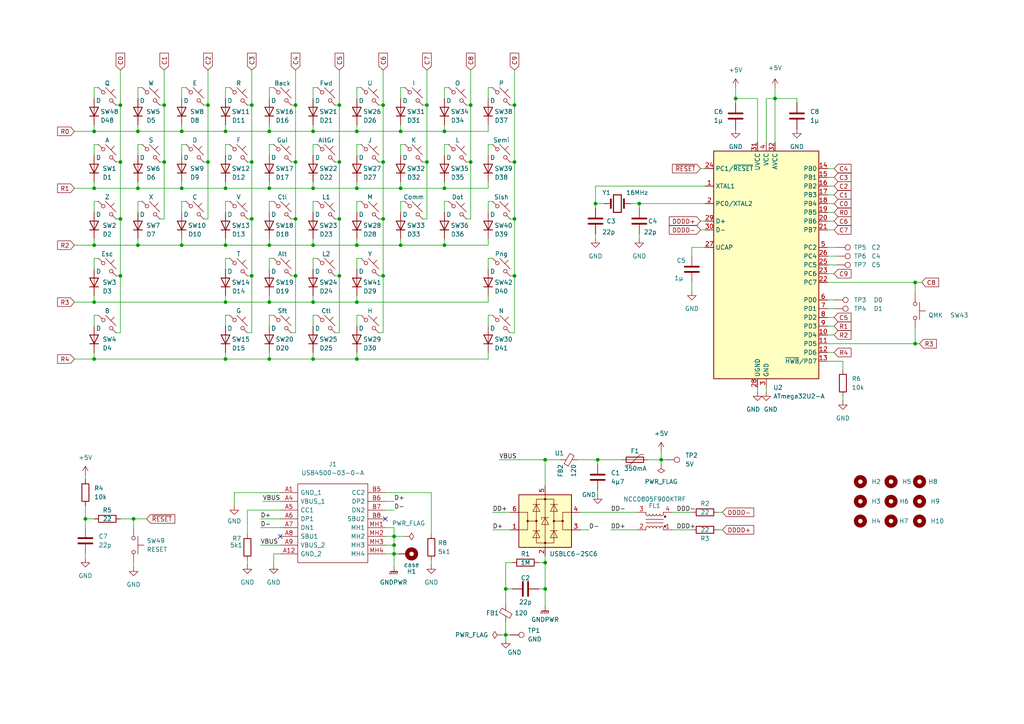
<source format=kicad_sch>
(kicad_sch (version 20211123) (generator eeschema)
  (paper "A4")
  (junction (at 158.115 133.35))
  (junction (at 40.005 54.61))
  (junction (at 111.125 80.01))
  (junction (at 27.305 38.1))
  (junction (at 98.425 30.48))
  (junction (at 136.525 30.48))
  (junction (at 103.505 54.61))
  (junction (at 78.105 87.63))
  (junction (at 114.3 160.655))
  (junction (at 173.355 133.35))
  (junction (at 103.505 87.63))
  (junction (at 103.505 71.12))
  (junction (at 65.405 87.63))
  (junction (at 123.825 46.99))
  (junction (at 40.005 38.1))
  (junction (at 98.425 80.01))
  (junction (at 116.205 71.12))
  (junction (at 123.825 30.48))
  (junction (at 73.025 80.01))
  (junction (at 52.705 71.12))
  (junction (at 85.725 63.5))
  (junction (at 116.205 38.1))
  (junction (at 149.225 46.99))
  (junction (at 114.3 155.575))
  (junction (at 146.685 170.815))
  (junction (at 85.725 30.48))
  (junction (at 85.725 80.01))
  (junction (at 78.105 71.12))
  (junction (at 90.805 104.14))
  (junction (at 136.525 46.99))
  (junction (at 52.705 38.1))
  (junction (at 98.425 46.99))
  (junction (at 213.36 28.575))
  (junction (at 111.125 30.48))
  (junction (at 47.625 30.48))
  (junction (at 52.705 54.61))
  (junction (at 103.505 104.14))
  (junction (at 111.125 46.99))
  (junction (at 128.905 54.61))
  (junction (at 24.765 150.495))
  (junction (at 78.105 38.1))
  (junction (at 90.805 71.12))
  (junction (at 73.025 30.48))
  (junction (at 60.325 30.48))
  (junction (at 65.405 71.12))
  (junction (at 158.115 163.195))
  (junction (at 27.305 104.14))
  (junction (at 265.43 81.915))
  (junction (at 265.43 99.695))
  (junction (at 38.735 150.495))
  (junction (at 149.225 80.01))
  (junction (at 185.42 59.055))
  (junction (at 34.925 80.01))
  (junction (at 78.105 104.14))
  (junction (at 73.025 46.99))
  (junction (at 103.505 38.1))
  (junction (at 90.805 38.1))
  (junction (at 73.025 63.5))
  (junction (at 27.305 71.12))
  (junction (at 158.115 170.815))
  (junction (at 65.405 54.61))
  (junction (at 27.305 87.63))
  (junction (at 172.72 59.055))
  (junction (at 111.125 63.5))
  (junction (at 116.205 54.61))
  (junction (at 90.805 87.63))
  (junction (at 98.425 63.5))
  (junction (at 60.325 46.99))
  (junction (at 34.925 46.99))
  (junction (at 34.925 30.48))
  (junction (at 85.725 46.99))
  (junction (at 65.405 38.1))
  (junction (at 65.405 104.14))
  (junction (at 149.225 30.48))
  (junction (at 34.925 63.5))
  (junction (at 191.77 133.35))
  (junction (at 78.105 54.61))
  (junction (at 47.625 46.99))
  (junction (at 128.905 71.12))
  (junction (at 27.305 54.61))
  (junction (at 224.79 28.575))
  (junction (at 114.3 158.115))
  (junction (at 146.685 184.15))
  (junction (at 90.805 54.61))
  (junction (at 40.005 71.12))
  (junction (at 128.905 38.1))
  (junction (at 149.225 63.5))
  (no_connect (at 81.28 155.575))
  (no_connect (at 111.76 150.495))
  (wire (pts (xy 59.055 46.99) (xy 60.325 46.99)))
  (wire (pts (xy 200.66 74.295) (xy 200.66 71.755)))
  (wire (pts (xy 240.03 99.695) (xy 265.43 99.695)))
  (wire (pts (xy 203.2 66.675) (xy 204.47 66.675)))
  (wire (pts (xy 103.505 58.42) (xy 103.505 61.595)))
  (wire (pts (xy 168.275 153.67) (xy 170.815 153.67)))
  (wire (pts (xy 147.955 63.5) (xy 149.225 63.5)))
  (wire (pts (xy 146.685 170.815) (xy 148.59 170.815)))
  (wire (pts (xy 128.905 54.61) (xy 141.605 54.61)))
  (wire (pts (xy 219.71 28.575) (xy 219.71 41.275)))
  (wire (pts (xy 141.605 102.235) (xy 141.605 104.14)))
  (wire (pts (xy 122.555 63.5) (xy 123.825 63.5)))
  (wire (pts (xy 213.36 25.4) (xy 213.36 28.575)))
  (wire (pts (xy 240.03 61.595) (xy 241.935 61.595)))
  (wire (pts (xy 27.305 36.195) (xy 27.305 38.1)))
  (wire (pts (xy 109.855 96.52) (xy 111.125 96.52)))
  (wire (pts (xy 147.955 80.01) (xy 149.225 80.01)))
  (wire (pts (xy 103.505 102.235) (xy 103.505 104.14)))
  (wire (pts (xy 146.685 180.34) (xy 146.685 184.15)))
  (wire (pts (xy 66.675 41.91) (xy 65.405 41.91)))
  (wire (pts (xy 146.685 170.815) (xy 146.685 175.26)))
  (wire (pts (xy 53.975 41.91) (xy 52.705 41.91)))
  (wire (pts (xy 116.205 69.215) (xy 116.205 71.12)))
  (wire (pts (xy 116.205 58.42) (xy 116.205 61.595)))
  (wire (pts (xy 240.03 92.075) (xy 241.935 92.075)))
  (wire (pts (xy 78.105 85.725) (xy 78.105 87.63)))
  (wire (pts (xy 224.79 25.4) (xy 224.79 28.575)))
  (wire (pts (xy 41.275 25.4) (xy 40.005 25.4)))
  (wire (pts (xy 85.725 46.99) (xy 85.725 63.5)))
  (wire (pts (xy 104.775 91.44) (xy 103.505 91.44)))
  (wire (pts (xy 52.705 38.1) (xy 65.405 38.1)))
  (wire (pts (xy 92.075 58.42) (xy 90.805 58.42)))
  (wire (pts (xy 103.505 74.93) (xy 103.505 78.105)))
  (wire (pts (xy 125.095 162.56) (xy 125.095 163.83)))
  (wire (pts (xy 21.59 54.61) (xy 27.305 54.61)))
  (wire (pts (xy 67.945 142.875) (xy 81.28 142.875)))
  (wire (pts (xy 103.505 25.4) (xy 103.505 28.575)))
  (wire (pts (xy 173.355 133.35) (xy 180.34 133.35)))
  (wire (pts (xy 85.725 63.5) (xy 85.725 80.01)))
  (wire (pts (xy 90.805 54.61) (xy 103.505 54.61)))
  (wire (pts (xy 116.205 36.195) (xy 116.205 38.1)))
  (wire (pts (xy 79.375 91.44) (xy 78.105 91.44)))
  (wire (pts (xy 34.925 150.495) (xy 38.735 150.495)))
  (wire (pts (xy 193.04 133.35) (xy 191.77 133.35)))
  (wire (pts (xy 128.905 52.705) (xy 128.905 54.61)))
  (wire (pts (xy 103.505 104.14) (xy 141.605 104.14)))
  (wire (pts (xy 75.565 158.115) (xy 81.28 158.115)))
  (wire (pts (xy 79.375 163.83) (xy 79.375 160.655)))
  (wire (pts (xy 111.125 20.32) (xy 111.125 30.48)))
  (wire (pts (xy 84.455 96.52) (xy 85.725 96.52)))
  (wire (pts (xy 78.105 41.91) (xy 78.105 45.085)))
  (wire (pts (xy 103.505 36.195) (xy 103.505 38.1)))
  (wire (pts (xy 240.03 102.235) (xy 241.935 102.235)))
  (wire (pts (xy 41.275 41.91) (xy 40.005 41.91)))
  (wire (pts (xy 122.555 30.48) (xy 123.825 30.48)))
  (wire (pts (xy 109.855 80.01) (xy 111.125 80.01)))
  (wire (pts (xy 147.955 96.52) (xy 149.225 96.52)))
  (wire (pts (xy 38.735 150.495) (xy 42.545 150.495)))
  (wire (pts (xy 33.655 80.01) (xy 34.925 80.01)))
  (wire (pts (xy 156.21 163.195) (xy 158.115 163.195)))
  (wire (pts (xy 128.905 36.195) (xy 128.905 38.1)))
  (wire (pts (xy 33.655 96.52) (xy 34.925 96.52)))
  (wire (pts (xy 147.955 46.99) (xy 149.225 46.99)))
  (wire (pts (xy 40.005 38.1) (xy 52.705 38.1)))
  (wire (pts (xy 65.405 52.705) (xy 65.405 54.61)))
  (wire (pts (xy 98.425 80.01) (xy 98.425 96.52)))
  (wire (pts (xy 90.805 91.44) (xy 90.805 94.615)))
  (wire (pts (xy 78.105 87.63) (xy 90.805 87.63)))
  (wire (pts (xy 123.825 20.32) (xy 123.825 30.48)))
  (wire (pts (xy 97.155 46.99) (xy 98.425 46.99)))
  (wire (pts (xy 111.76 142.875) (xy 125.095 142.875)))
  (wire (pts (xy 114.3 153.035) (xy 114.3 155.575)))
  (wire (pts (xy 117.475 25.4) (xy 116.205 25.4)))
  (wire (pts (xy 40.005 25.4) (xy 40.005 28.575)))
  (wire (pts (xy 90.805 74.93) (xy 90.805 78.105)))
  (wire (pts (xy 141.605 69.215) (xy 141.605 71.12)))
  (wire (pts (xy 90.805 58.42) (xy 90.805 61.595)))
  (wire (pts (xy 111.76 158.115) (xy 114.3 158.115)))
  (wire (pts (xy 28.575 74.93) (xy 27.305 74.93)))
  (wire (pts (xy 71.755 154.94) (xy 71.755 147.955)))
  (wire (pts (xy 78.105 38.1) (xy 90.805 38.1)))
  (wire (pts (xy 65.405 85.725) (xy 65.405 87.63)))
  (wire (pts (xy 40.005 36.195) (xy 40.005 38.1)))
  (wire (pts (xy 46.355 63.5) (xy 47.625 63.5)))
  (wire (pts (xy 65.405 38.1) (xy 78.105 38.1)))
  (wire (pts (xy 114.3 164.465) (xy 114.3 160.655)))
  (wire (pts (xy 65.405 104.14) (xy 78.105 104.14)))
  (wire (pts (xy 103.505 52.705) (xy 103.505 54.61)))
  (wire (pts (xy 79.375 25.4) (xy 78.105 25.4)))
  (wire (pts (xy 40.005 54.61) (xy 52.705 54.61)))
  (wire (pts (xy 71.755 96.52) (xy 73.025 96.52)))
  (wire (pts (xy 141.605 36.195) (xy 141.605 38.1)))
  (wire (pts (xy 60.325 46.99) (xy 60.325 63.5)))
  (wire (pts (xy 142.875 148.59) (xy 147.955 148.59)))
  (wire (pts (xy 92.075 74.93) (xy 90.805 74.93)))
  (wire (pts (xy 27.305 87.63) (xy 65.405 87.63)))
  (wire (pts (xy 97.155 96.52) (xy 98.425 96.52)))
  (wire (pts (xy 142.875 153.67) (xy 147.955 153.67)))
  (wire (pts (xy 33.655 46.99) (xy 34.925 46.99)))
  (wire (pts (xy 141.605 52.705) (xy 141.605 54.61)))
  (wire (pts (xy 244.475 104.775) (xy 244.475 107.315)))
  (wire (pts (xy 146.685 184.15) (xy 147.955 184.15)))
  (wire (pts (xy 240.03 66.675) (xy 241.935 66.675)))
  (wire (pts (xy 27.305 54.61) (xy 40.005 54.61)))
  (wire (pts (xy 123.825 30.48) (xy 123.825 46.99)))
  (wire (pts (xy 40.005 69.215) (xy 40.005 71.12)))
  (wire (pts (xy 203.2 64.135) (xy 204.47 64.135)))
  (wire (pts (xy 52.705 41.91) (xy 52.705 45.085)))
  (wire (pts (xy 24.765 160.655) (xy 24.765 161.925)))
  (wire (pts (xy 65.405 58.42) (xy 65.405 61.595)))
  (wire (pts (xy 116.205 71.12) (xy 128.905 71.12)))
  (wire (pts (xy 65.405 69.215) (xy 65.405 71.12)))
  (wire (pts (xy 40.005 52.705) (xy 40.005 54.61)))
  (wire (pts (xy 109.855 46.99) (xy 111.125 46.99)))
  (wire (pts (xy 27.305 102.235) (xy 27.305 104.14)))
  (wire (pts (xy 71.755 46.99) (xy 73.025 46.99)))
  (wire (pts (xy 149.225 30.48) (xy 149.225 46.99)))
  (wire (pts (xy 103.505 85.725) (xy 103.505 87.63)))
  (wire (pts (xy 27.305 104.14) (xy 65.405 104.14)))
  (wire (pts (xy 71.755 147.955) (xy 81.28 147.955)))
  (wire (pts (xy 53.975 58.42) (xy 52.705 58.42)))
  (wire (pts (xy 52.705 69.215) (xy 52.705 71.12)))
  (wire (pts (xy 149.225 20.32) (xy 149.225 30.48)))
  (wire (pts (xy 222.25 112.395) (xy 222.25 113.665)))
  (wire (pts (xy 149.225 63.5) (xy 149.225 80.01)))
  (wire (pts (xy 177.165 153.67) (xy 184.785 153.67)))
  (wire (pts (xy 147.955 30.48) (xy 149.225 30.48)))
  (wire (pts (xy 90.805 38.1) (xy 103.505 38.1)))
  (wire (pts (xy 240.03 104.775) (xy 244.475 104.775)))
  (wire (pts (xy 66.675 25.4) (xy 65.405 25.4)))
  (wire (pts (xy 116.205 41.91) (xy 116.205 45.085)))
  (wire (pts (xy 194.945 153.67) (xy 200.66 153.67)))
  (wire (pts (xy 158.115 133.35) (xy 162.56 133.35)))
  (wire (pts (xy 97.155 63.5) (xy 98.425 63.5)))
  (wire (pts (xy 208.28 153.67) (xy 209.55 153.67)))
  (wire (pts (xy 75.565 153.035) (xy 81.28 153.035)))
  (wire (pts (xy 149.225 80.01) (xy 149.225 96.52)))
  (wire (pts (xy 103.505 91.44) (xy 103.505 94.615)))
  (wire (pts (xy 208.28 148.59) (xy 209.55 148.59)))
  (wire (pts (xy 78.105 71.12) (xy 90.805 71.12)))
  (wire (pts (xy 111.76 153.035) (xy 114.3 153.035)))
  (wire (pts (xy 141.605 74.93) (xy 141.605 78.105)))
  (wire (pts (xy 240.03 97.155) (xy 241.935 97.155)))
  (wire (pts (xy 52.705 52.705) (xy 52.705 54.61)))
  (wire (pts (xy 27.305 25.4) (xy 27.305 28.575)))
  (wire (pts (xy 114.3 155.575) (xy 117.475 155.575)))
  (wire (pts (xy 240.03 74.295) (xy 242.57 74.295)))
  (wire (pts (xy 175.26 59.055) (xy 172.72 59.055)))
  (wire (pts (xy 46.355 46.99) (xy 47.625 46.99)))
  (wire (pts (xy 65.405 91.44) (xy 65.405 94.615)))
  (wire (pts (xy 135.255 30.48) (xy 136.525 30.48)))
  (wire (pts (xy 21.59 38.1) (xy 27.305 38.1)))
  (wire (pts (xy 90.805 104.14) (xy 103.505 104.14)))
  (wire (pts (xy 85.725 20.32) (xy 85.725 30.48)))
  (wire (pts (xy 90.805 71.12) (xy 103.505 71.12)))
  (wire (pts (xy 79.375 74.93) (xy 78.105 74.93)))
  (wire (pts (xy 90.805 25.4) (xy 90.805 28.575)))
  (wire (pts (xy 142.875 41.91) (xy 141.605 41.91)))
  (wire (pts (xy 103.505 87.63) (xy 141.605 87.63)))
  (wire (pts (xy 194.945 148.59) (xy 200.66 148.59)))
  (wire (pts (xy 40.005 71.12) (xy 52.705 71.12)))
  (wire (pts (xy 33.655 30.48) (xy 34.925 30.48)))
  (wire (pts (xy 111.125 46.99) (xy 111.125 63.5)))
  (wire (pts (xy 213.36 28.575) (xy 219.71 28.575)))
  (wire (pts (xy 173.355 143.51) (xy 173.355 142.24)))
  (wire (pts (xy 128.905 58.42) (xy 128.905 61.595)))
  (wire (pts (xy 65.405 71.12) (xy 78.105 71.12)))
  (wire (pts (xy 141.605 41.91) (xy 141.605 45.085)))
  (wire (pts (xy 149.225 46.99) (xy 149.225 63.5)))
  (wire (pts (xy 219.71 112.395) (xy 219.71 113.665)))
  (wire (pts (xy 65.405 36.195) (xy 65.405 38.1)))
  (wire (pts (xy 244.475 114.935) (xy 244.475 116.205)))
  (wire (pts (xy 27.305 58.42) (xy 27.305 61.595)))
  (wire (pts (xy 60.325 30.48) (xy 60.325 46.99)))
  (wire (pts (xy 158.115 163.195) (xy 158.115 170.815)))
  (wire (pts (xy 109.855 63.5) (xy 111.125 63.5)))
  (wire (pts (xy 24.765 150.495) (xy 27.305 150.495)))
  (wire (pts (xy 27.305 91.44) (xy 27.305 94.615)))
  (wire (pts (xy 52.705 36.195) (xy 52.705 38.1)))
  (wire (pts (xy 128.905 25.4) (xy 128.905 28.575)))
  (wire (pts (xy 224.79 28.575) (xy 231.14 28.575)))
  (wire (pts (xy 33.655 63.5) (xy 34.925 63.5)))
  (wire (pts (xy 40.005 41.91) (xy 40.005 45.085)))
  (wire (pts (xy 24.765 150.495) (xy 24.765 153.035)))
  (wire (pts (xy 213.36 29.845) (xy 213.36 28.575)))
  (wire (pts (xy 24.765 137.795) (xy 24.765 139.065)))
  (wire (pts (xy 78.105 104.14) (xy 90.805 104.14)))
  (wire (pts (xy 111.76 155.575) (xy 114.3 155.575)))
  (wire (pts (xy 114.3 158.115) (xy 114.3 160.655)))
  (wire (pts (xy 158.115 161.29) (xy 158.115 163.195)))
  (wire (pts (xy 59.055 30.48) (xy 60.325 30.48)))
  (wire (pts (xy 78.105 69.215) (xy 78.105 71.12)))
  (wire (pts (xy 224.79 28.575) (xy 224.79 41.275)))
  (wire (pts (xy 168.275 148.59) (xy 184.785 148.59)))
  (wire (pts (xy 128.905 71.12) (xy 141.605 71.12)))
  (wire (pts (xy 90.805 85.725) (xy 90.805 87.63)))
  (wire (pts (xy 240.03 81.915) (xy 265.43 81.915)))
  (wire (pts (xy 173.355 133.35) (xy 167.64 133.35)))
  (wire (pts (xy 34.925 46.99) (xy 34.925 63.5)))
  (wire (pts (xy 265.43 99.695) (xy 266.7 99.695)))
  (wire (pts (xy 141.605 85.725) (xy 141.605 87.63)))
  (wire (pts (xy 104.775 58.42) (xy 103.505 58.42)))
  (wire (pts (xy 78.105 91.44) (xy 78.105 94.615)))
  (wire (pts (xy 116.205 38.1) (xy 128.905 38.1)))
  (wire (pts (xy 90.805 102.235) (xy 90.805 104.14)))
  (wire (pts (xy 27.305 38.1) (xy 40.005 38.1)))
  (wire (pts (xy 67.945 146.685) (xy 67.945 142.875)))
  (wire (pts (xy 66.675 74.93) (xy 65.405 74.93)))
  (wire (pts (xy 117.475 58.42) (xy 116.205 58.42)))
  (wire (pts (xy 71.755 30.48) (xy 73.025 30.48)))
  (wire (pts (xy 97.155 80.01) (xy 98.425 80.01)))
  (wire (pts (xy 116.205 52.705) (xy 116.205 54.61)))
  (wire (pts (xy 136.525 46.99) (xy 136.525 63.5)))
  (wire (pts (xy 142.875 25.4) (xy 141.605 25.4)))
  (wire (pts (xy 231.14 28.575) (xy 231.14 29.845)))
  (wire (pts (xy 27.305 85.725) (xy 27.305 87.63)))
  (wire (pts (xy 27.305 52.705) (xy 27.305 54.61)))
  (wire (pts (xy 172.72 53.975) (xy 172.72 59.055)))
  (wire (pts (xy 98.425 20.32) (xy 98.425 30.48)))
  (wire (pts (xy 21.59 104.14) (xy 27.305 104.14)))
  (wire (pts (xy 104.775 74.93) (xy 103.505 74.93)))
  (wire (pts (xy 90.805 87.63) (xy 103.505 87.63)))
  (wire (pts (xy 52.705 25.4) (xy 52.705 28.575)))
  (wire (pts (xy 103.505 54.61) (xy 116.205 54.61)))
  (wire (pts (xy 66.675 58.42) (xy 65.405 58.42)))
  (wire (pts (xy 90.805 52.705) (xy 90.805 54.61)))
  (wire (pts (xy 84.455 30.48) (xy 85.725 30.48)))
  (wire (pts (xy 185.42 60.325) (xy 185.42 59.055)))
  (wire (pts (xy 128.905 38.1) (xy 141.605 38.1)))
  (wire (pts (xy 240.03 76.835) (xy 242.57 76.835)))
  (wire (pts (xy 34.925 20.32) (xy 34.925 30.48)))
  (wire (pts (xy 141.605 58.42) (xy 141.605 61.595)))
  (wire (pts (xy 111.125 63.5) (xy 111.125 80.01)))
  (wire (pts (xy 111.76 145.415) (xy 114.3 145.415)))
  (wire (pts (xy 158.115 133.35) (xy 158.115 140.97)))
  (wire (pts (xy 73.025 46.99) (xy 73.025 63.5)))
  (wire (pts (xy 79.375 41.91) (xy 78.105 41.91)))
  (wire (pts (xy 84.455 63.5) (xy 85.725 63.5)))
  (wire (pts (xy 136.525 30.48) (xy 136.525 46.99)))
  (wire (pts (xy 27.305 41.91) (xy 27.305 45.085)))
  (wire (pts (xy 97.155 30.48) (xy 98.425 30.48)))
  (wire (pts (xy 103.505 71.12) (xy 116.205 71.12)))
  (wire (pts (xy 92.075 91.44) (xy 90.805 91.44)))
  (wire (pts (xy 84.455 80.01) (xy 85.725 80.01)))
  (wire (pts (xy 191.77 133.35) (xy 191.77 134.62)))
  (wire (pts (xy 103.505 41.91) (xy 103.505 45.085)))
  (wire (pts (xy 27.305 71.12) (xy 40.005 71.12)))
  (wire (pts (xy 73.025 30.48) (xy 73.025 46.99)))
  (wire (pts (xy 144.78 133.35) (xy 158.115 133.35)))
  (wire (pts (xy 24.765 146.685) (xy 24.765 150.495)))
  (wire (pts (xy 65.405 25.4) (xy 65.405 28.575)))
  (wire (pts (xy 78.105 74.93) (xy 78.105 78.105)))
  (wire (pts (xy 47.625 20.32) (xy 47.625 30.48)))
  (wire (pts (xy 240.03 71.755) (xy 242.57 71.755)))
  (wire (pts (xy 128.905 69.215) (xy 128.905 71.12)))
  (wire (pts (xy 78.105 36.195) (xy 78.105 38.1)))
  (wire (pts (xy 185.42 59.055) (xy 204.47 59.055)))
  (wire (pts (xy 203.2 48.895) (xy 204.47 48.895)))
  (wire (pts (xy 240.03 79.375) (xy 241.935 79.375)))
  (wire (pts (xy 27.305 74.93) (xy 27.305 78.105)))
  (wire (pts (xy 114.3 155.575) (xy 114.3 158.115)))
  (wire (pts (xy 59.055 63.5) (xy 60.325 63.5)))
  (wire (pts (xy 130.175 25.4) (xy 128.905 25.4)))
  (wire (pts (xy 111.125 30.48) (xy 111.125 46.99)))
  (wire (pts (xy 240.03 56.515) (xy 241.935 56.515)))
  (wire (pts (xy 78.105 52.705) (xy 78.105 54.61)))
  (wire (pts (xy 103.505 38.1) (xy 116.205 38.1)))
  (wire (pts (xy 240.03 59.055) (xy 241.935 59.055)))
  (wire (pts (xy 21.59 87.63) (xy 27.305 87.63)))
  (wire (pts (xy 104.775 41.91) (xy 103.505 41.91)))
  (wire (pts (xy 79.375 160.655) (xy 81.28 160.655)))
  (wire (pts (xy 141.605 25.4) (xy 141.605 28.575)))
  (wire (pts (xy 130.175 58.42) (xy 128.905 58.42)))
  (wire (pts (xy 185.42 69.215) (xy 185.42 67.945)))
  (wire (pts (xy 240.03 51.435) (xy 241.935 51.435)))
  (wire (pts (xy 28.575 25.4) (xy 27.305 25.4)))
  (wire (pts (xy 47.625 46.99) (xy 47.625 63.5)))
  (wire (pts (xy 85.725 30.48) (xy 85.725 46.99)))
  (wire (pts (xy 145.415 184.15) (xy 146.685 184.15)))
  (wire (pts (xy 78.105 54.61) (xy 90.805 54.61)))
  (wire (pts (xy 34.925 63.5) (xy 34.925 80.01)))
  (wire (pts (xy 41.275 58.42) (xy 40.005 58.42)))
  (wire (pts (xy 73.025 80.01) (xy 73.025 96.52)))
  (wire (pts (xy 28.575 58.42) (xy 27.305 58.42)))
  (wire (pts (xy 38.735 153.035) (xy 38.735 150.495)))
  (wire (pts (xy 98.425 63.5) (xy 98.425 80.01)))
  (wire (pts (xy 265.43 95.25) (xy 265.43 99.695)))
  (wire (pts (xy 240.03 64.135) (xy 241.935 64.135)))
  (wire (pts (xy 28.575 41.91) (xy 27.305 41.91)))
  (wire (pts (xy 240.03 89.535) (xy 241.935 89.535)))
  (wire (pts (xy 53.975 25.4) (xy 52.705 25.4)))
  (wire (pts (xy 28.575 91.44) (xy 27.305 91.44)))
  (wire (pts (xy 135.255 46.99) (xy 136.525 46.99)))
  (wire (pts (xy 90.805 41.91) (xy 90.805 45.085)))
  (wire (pts (xy 222.25 41.275) (xy 222.25 28.575)))
  (wire (pts (xy 111.125 80.01) (xy 111.125 96.52)))
  (wire (pts (xy 122.555 46.99) (xy 123.825 46.99)))
  (wire (pts (xy 136.525 20.32) (xy 136.525 30.48)))
  (wire (pts (xy 65.405 87.63) (xy 78.105 87.63)))
  (wire (pts (xy 200.66 71.755) (xy 204.47 71.755)))
  (wire (pts (xy 90.805 36.195) (xy 90.805 38.1)))
  (wire (pts (xy 142.875 91.44) (xy 141.605 91.44)))
  (wire (pts (xy 52.705 58.42) (xy 52.705 61.595)))
  (wire (pts (xy 60.325 20.32) (xy 60.325 30.48)))
  (wire (pts (xy 27.305 69.215) (xy 27.305 71.12)))
  (wire (pts (xy 65.405 74.93) (xy 65.405 78.105)))
  (wire (pts (xy 142.875 58.42) (xy 141.605 58.42)))
  (wire (pts (xy 71.755 63.5) (xy 73.025 63.5)))
  (wire (pts (xy 21.59 71.12) (xy 27.305 71.12)))
  (wire (pts (xy 75.565 150.495) (xy 81.28 150.495)))
  (wire (pts (xy 65.405 41.91) (xy 65.405 45.085)))
  (wire (pts (xy 265.43 81.915) (xy 267.335 81.915)))
  (wire (pts (xy 240.03 48.895) (xy 241.935 48.895)))
  (wire (pts (xy 158.115 170.815) (xy 158.115 175.895)))
  (wire (pts (xy 109.855 30.48) (xy 111.125 30.48)))
  (wire (pts (xy 172.72 59.055) (xy 172.72 60.325)))
  (wire (pts (xy 141.605 91.44) (xy 141.605 94.615)))
  (wire (pts (xy 34.925 80.01) (xy 34.925 96.52)))
  (wire (pts (xy 71.755 80.01) (xy 73.025 80.01)))
  (wire (pts (xy 52.705 71.12) (xy 65.405 71.12)))
  (wire (pts (xy 66.675 91.44) (xy 65.405 91.44)))
  (wire (pts (xy 191.77 130.81) (xy 191.77 133.35)))
  (wire (pts (xy 172.72 53.975) (xy 204.47 53.975)))
  (wire (pts (xy 265.43 81.915) (xy 265.43 85.09)))
  (wire (pts (xy 98.425 46.99) (xy 98.425 63.5)))
  (wire (pts (xy 128.905 41.91) (xy 128.905 45.085)))
  (wire (pts (xy 111.76 147.955) (xy 114.3 147.955)))
  (wire (pts (xy 146.685 184.15) (xy 146.685 185.42)))
  (wire (pts (xy 123.825 46.99) (xy 123.825 63.5)))
  (wire (pts (xy 173.355 134.62) (xy 173.355 133.35)))
  (wire (pts (xy 222.25 28.575) (xy 224.79 28.575)))
  (wire (pts (xy 46.355 30.48) (xy 47.625 30.48)))
  (wire (pts (xy 146.685 163.195) (xy 146.685 170.815)))
  (wire (pts (xy 185.42 59.055) (xy 182.88 59.055)))
  (wire (pts (xy 78.105 25.4) (xy 78.105 28.575)))
  (wire (pts (xy 65.405 102.235) (xy 65.405 104.14)))
  (wire (pts (xy 71.755 162.56) (xy 71.755 163.83)))
  (wire (pts (xy 65.405 54.61) (xy 78.105 54.61)))
  (wire (pts (xy 103.505 69.215) (xy 103.505 71.12)))
  (wire (pts (xy 125.095 142.875) (xy 125.095 154.94)))
  (wire (pts (xy 73.025 63.5) (xy 73.025 80.01)))
  (wire (pts (xy 98.425 30.48) (xy 98.425 46.99)))
  (wire (pts (xy 84.455 46.99) (xy 85.725 46.99)))
  (wire (pts (xy 92.075 41.91) (xy 90.805 41.91)))
  (wire (pts (xy 114.3 160.655) (xy 111.76 160.655)))
  (wire (pts (xy 172.72 67.945) (xy 172.72 69.215)))
  (wire (pts (xy 200.66 81.915) (xy 200.66 84.455)))
  (wire (pts (xy 85.725 80.01) (xy 85.725 96.52)))
  (wire (pts (xy 47.625 30.48) (xy 47.625 46.99)))
  (wire (pts (xy 76.2 145.415) (xy 81.28 145.415)))
  (wire (pts (xy 78.105 58.42) (xy 78.105 61.595)))
  (wire (pts (xy 92.075 25.4) (xy 90.805 25.4)))
  (wire (pts (xy 117.475 41.91) (xy 116.205 41.91)))
  (wire (pts (xy 146.685 163.195) (xy 148.59 163.195)))
  (wire (pts (xy 79.375 58.42) (xy 78.105 58.42)))
  (wire (pts (xy 240.03 86.995) (xy 241.935 86.995)))
  (wire (pts (xy 116.205 25.4) (xy 116.205 28.575)))
  (wire (pts (xy 73.025 20.32) (xy 73.025 30.48)))
  (wire (pts (xy 130.175 41.91) (xy 128.905 41.91)))
  (wire (pts (xy 142.875 74.93) (xy 141.605 74.93)))
  (wire (pts (xy 90.805 69.215) (xy 90.805 71.12)))
  (wire (pts (xy 191.77 133.35) (xy 187.96 133.35)))
  (wire (pts (xy 116.205 54.61) (xy 128.905 54.61)))
  (wire (pts (xy 240.03 53.975) (xy 241.935 53.975)))
  (wire (pts (xy 135.255 63.5) (xy 136.525 63.5)))
  (wire (pts (xy 78.105 102.235) (xy 78.105 104.14)))
  (wire (pts (xy 156.21 170.815) (xy 158.115 170.815)))
  (wire (pts (xy 52.705 54.61) (xy 65.405 54.61)))
  (wire (pts (xy 34.925 30.48) (xy 34.925 46.99)))
  (wire (pts (xy 240.03 94.615) (xy 241.935 94.615)))
  (wire (pts (xy 40.005 58.42) (xy 40.005 61.595)))
  (wire (pts (xy 104.775 25.4) (xy 103.505 25.4)))
  (wire (pts (xy 38.735 164.465) (xy 38.735 163.195)))
  (wire (pts (xy 114.3 160.655) (xy 115.57 160.655)))
  (label "DD+" (at 142.875 148.59 0))
  (label "D-" (at 75.565 153.035 0))
  (label "VBUS" (at 76.2 145.415 0))
  (label "DD-" (at 177.165 148.59 0))
  (label "VBUS" (at 75.565 158.115 0))
  (label "DDD-" (at 196.215 148.59 0))
  (label "D-" (at 170.815 153.67 0))
  (label "VBUS" (at 144.78 133.35 0))
  (label "D+" (at 75.565 150.495 0))
  (label "D+" (at 114.3 145.415 0))
  (label "D+" (at 142.875 153.67 0))
  (label "DDD+" (at 196.215 153.67 0))
  (label "D-" (at 114.3 147.955 0))
  (label "DD+" (at 177.165 153.67 0))
  (global_label "C7" (shape input) (at 241.935 66.675 0) (property "Intersheet References" "${INTERSHEET_REFS}" (effects hide)))
  (global_label "C5" (shape input) (at 98.425 20.32 90) (property "Intersheet References" "${INTERSHEET_REFS}" (effects hide)))
  (global_label "C7" (shape input) (at 123.825 20.32 90) (property "Intersheet References" "${INTERSHEET_REFS}" (effects hide)))
  (global_label "C8" (shape input) (at 267.335 81.915 0) (property "Intersheet References" "${INTERSHEET_REFS}" (effects hide)))
  (global_label "C6" (shape input) (at 111.125 20.32 90) (property "Intersheet References" "${INTERSHEET_REFS}" (effects hide)))
  (global_label "C6" (shape input) (at 241.935 64.135 0) (property "Intersheet References" "${INTERSHEET_REFS}" (effects hide)))
  (global_label "DDDD+" (shape input) (at 203.2 64.135 180) (property "Intersheet References" "${INTERSHEET_REFS}" (effects hide)))
  (global_label "R3" (shape input) (at 266.7 99.695 0) (property "Intersheet References" "${INTERSHEET_REFS}" (effects hide)))
  (global_label "DDDD-" (shape input) (at 203.2 66.675 180) (property "Intersheet References" "${INTERSHEET_REFS}" (effects hide)))
  (global_label "C5" (shape input) (at 241.935 92.075 0) (property "Intersheet References" "${INTERSHEET_REFS}" (effects hide)))
  (global_label "R3" (shape input) (at 21.59 87.63 180) (property "Intersheet References" "${INTERSHEET_REFS}" (effects hide)))
  (global_label "C0" (shape input) (at 34.925 20.32 90) (property "Intersheet References" "${INTERSHEET_REFS}" (effects hide)))
  (global_label "R0" (shape input) (at 241.935 61.595 0) (property "Intersheet References" "${INTERSHEET_REFS}" (effects hide)))
  (global_label "C3" (shape input) (at 241.935 51.435 0) (property "Intersheet References" "${INTERSHEET_REFS}" (effects hide)))
  (global_label "R1" (shape input) (at 241.935 94.615 0) (property "Intersheet References" "${INTERSHEET_REFS}" (effects hide)))
  (global_label "C9" (shape input) (at 149.225 20.32 90) (property "Intersheet References" "${INTERSHEET_REFS}" (effects hide)))
  (global_label "R0" (shape input) (at 21.59 38.1 180) (property "Intersheet References" "${INTERSHEET_REFS}" (effects hide)))
  (global_label "C9" (shape input) (at 241.935 79.375 0) (property "Intersheet References" "${INTERSHEET_REFS}" (effects hide)))
  (global_label "C4" (shape input) (at 241.935 48.895 0) (property "Intersheet References" "${INTERSHEET_REFS}" (effects hide)))
  (global_label "C2" (shape input) (at 241.935 53.975 0) (property "Intersheet References" "${INTERSHEET_REFS}" (effects hide)))
  (global_label "DDDD-" (shape input) (at 209.55 148.59 0) (property "Intersheet References" "${INTERSHEET_REFS}" (effects hide)))
  (global_label "C1" (shape input) (at 241.935 56.515 0) (property "Intersheet References" "${INTERSHEET_REFS}" (effects hide)))
  (global_label "C0" (shape input) (at 241.935 59.055 0) (property "Intersheet References" "${INTERSHEET_REFS}" (effects hide)))
  (global_label "R1" (shape input) (at 21.59 54.61 180) (property "Intersheet References" "${INTERSHEET_REFS}" (effects hide)))
  (global_label "R4" (shape input) (at 21.59 104.14 180) (property "Intersheet References" "${INTERSHEET_REFS}" (effects hide)))
  (global_label "C4" (shape input) (at 85.725 20.32 90) (property "Intersheet References" "${INTERSHEET_REFS}" (effects hide)))
  (global_label "C8" (shape input) (at 136.525 20.32 90) (property "Intersheet References" "${INTERSHEET_REFS}" (effects hide)))
  (global_label "C1" (shape input) (at 47.625 20.32 90) (property "Intersheet References" "${INTERSHEET_REFS}" (effects hide)))
  (global_label "~{RESET}" (shape input) (at 203.2 48.895 180) (property "Intersheet References" "${INTERSHEET_REFS}" (effects hide)))
  (global_label "C2" (shape input) (at 60.325 20.32 90) (property "Intersheet References" "${INTERSHEET_REFS}" (effects hide)))
  (global_label "DDDD+" (shape input) (at 209.55 153.67 0) (property "Intersheet References" "${INTERSHEET_REFS}" (effects hide)))
  (global_label "~{RESET}" (shape input) (at 42.545 150.495 0) (property "Intersheet References" "${INTERSHEET_REFS}" (effects hide)))
  (global_label "R4" (shape input) (at 241.935 102.235 0) (property "Intersheet References" "${INTERSHEET_REFS}" (effects hide)))
  (global_label "R2" (shape input) (at 241.935 97.155 0) (property "Intersheet References" "${INTERSHEET_REFS}" (effects hide)))
  (global_label "C3" (shape input) (at 73.025 20.32 90) (property "Intersheet References" "${INTERSHEET_REFS}" (effects hide)))
  (global_label "R2" (shape input) (at 21.59 71.12 180) (property "Intersheet References" "${INTERSHEET_REFS}" (effects hide)))
  (symbol (lib_id "Device:C") (at 152.4 170.815 90) (unit 1)
    (property "Reference" "C2" (at 152.4 167.64 90))
    (property "Value" "22p" (at 152.4 174.625 90))
    (property "Footprint" "Capacitor_SMD:C_0805_2012Metric_Pad1.18x1.45mm_HandSolder" (effects hide))
  )
  (symbol (lib_id "Device:D") (at 103.505 65.405 90) (unit 1)
    (property "Reference" "D28" (at 107.315 67.945 90))
    (property "Value" "D" (at 104.775 62.23 90))
    (property "Footprint" "Diode_SMD:D_0805_2012Metric_Pad1.15x1.40mm_HandSolder" (effects hide))
  )
  (symbol (lib_id "Device:D") (at 52.705 32.385 90) (unit 1)
    (property "Reference" "D8" (at 56.515 34.925 90))
    (property "Value" "D" (at 53.975 29.21 90))
    (property "Footprint" "Diode_SMD:D_0805_2012Metric_Pad1.15x1.40mm_HandSolder" (effects hide))
  )
  (symbol (lib_id "Switch:SW_Push_45deg") (at 145.415 93.98 0) (unit 1)
    (property "Reference" "SW30" (at 146.05 98.425 0))
    (property "Value" "N" (at 145.415 90.17 0))
    (property "Footprint" "mech-kbd:MX-Hotswap-1U" (effects hide))
  )
  (symbol (lib_id "Switch:SW_Push_45deg") (at 69.215 44.45 0) (unit 1)
    (property "Reference" "SW12" (at 69.85 48.895 0))
    (property "Value" "F" (at 69.215 40.64 0))
    (property "Footprint" "mech-kbd:MX-Hotswap-1U" (effects hide))
  )
  (symbol (lib_id "Mechanical:MountingHole") (at 266.7 145.415 0) (unit 1)
    (property "Reference" "H9" (at 269.875 145.4149 0) (effects (justify left)))
    (property "Value" "MountingHole" (effects hide))
    (property "Footprint" "MountingHole:MountingHole_3.2mm_M3" (effects hide))
  )
  (symbol (lib_id "Mechanical:MountingHole") (at 258.445 151.13 0) (unit 1)
    (property "Reference" "H7" (at 263.525 151.13 0) (effects (justify right)))
    (property "Value" "MountingHole" (effects hide))
    (property "Footprint" "MountingHole:MountingHole_3.2mm_M3" (effects hide))
  )
  (symbol (lib_id "Device:D") (at 78.105 98.425 90) (unit 1)
    (property "Reference" "D20" (at 81.915 100.965 90))
    (property "Value" "D" (at 79.375 95.25 90))
    (property "Footprint" "Diode_SMD:D_0805_2012Metric_Pad1.15x1.40mm_HandSolder" (effects hide))
  )
  (symbol (lib_id "Mechanical:MountingHole") (at 249.555 145.415 0) (unit 1)
    (property "Reference" "H3" (at 252.73 145.4149 0) (effects (justify left)))
    (property "Value" "MountingHole" (effects hide))
    (property "Footprint" "MountingHole:MountingHole_3.2mm_M3" (effects hide))
  )
  (symbol (lib_id "Connector:TestPoint") (at 193.04 133.35 270) (unit 1)
    (property "Reference" "TP2" (at 198.755 132.0799 90) (effects (justify left)))
    (property "Value" "5V" (at 198.755 134.6199 90) (effects (justify left)))
    (property "Footprint" "TestPoint:TestPoint_Pad_1.0x1.0mm" (effects hide))
  )
  (symbol (lib_id "Switch:SW_Push_45deg") (at 94.615 93.98 0) (unit 1)
    (property "Reference" "SW25" (at 95.25 98.425 0))
    (property "Value" "Ctl" (at 94.615 90.17 0))
    (property "Footprint" "mech-kbd:MX-Hotswap-1U" (effects hide))
  )
  (symbol (lib_id "power:GND") (at 24.765 161.925 0) (unit 1)
    (property "Reference" "#PWR020" (effects hide))
    (property "Value" "GND" (at 24.765 167.005 0))
  )
  (symbol (lib_id "Device:D") (at 90.805 32.385 90) (unit 1)
    (property "Reference" "D21" (at 94.615 34.925 90))
    (property "Value" "D" (at 92.075 29.21 90))
    (property "Footprint" "Diode_SMD:D_0805_2012Metric_Pad1.15x1.40mm_HandSolder" (effects hide))
  )
  (symbol (lib_id "Switch:SW_Push_45deg") (at 43.815 44.45 0) (unit 1)
    (property "Reference" "SW6" (at 44.45 48.895 0))
    (property "Value" "S" (at 43.815 40.64 0))
    (property "Footprint" "mech-kbd:MX-Hotswap-1U" (effects hide))
  )
  (symbol (lib_id "power:GND") (at 244.475 116.205 0) (unit 1)
    (property "Reference" "#PWR024" (effects hide))
    (property "Value" "GND" (at 244.475 121.285 0))
  )
  (symbol (lib_id "Device:D") (at 27.305 98.425 90) (unit 1)
    (property "Reference" "D4" (at 31.115 100.965 90))
    (property "Value" "D" (at 28.575 95.25 90))
    (property "Footprint" "Diode_SMD:D_0805_2012Metric_Pad1.15x1.40mm_HandSolder" (effects hide))
  )
  (symbol (lib_id "Device:D") (at 27.305 81.915 90) (unit 1)
    (property "Reference" "D3" (at 31.115 84.455 90))
    (property "Value" "D" (at 28.575 78.74 90))
    (property "Footprint" "Diode_SMD:D_0805_2012Metric_Pad1.15x1.40mm_HandSolder" (effects hide))
  )
  (symbol (lib_id "MCU_Microchip_ATmega:ATmega32U2-A") (at 222.25 76.835 0) (unit 1)
    (property "Reference" "U2" (at 224.2694 112.395 0) (effects (justify left)))
    (property "Value" "ATmega32U2-A" (at 224.2694 114.935 0) (effects (justify left)))
    (property "Footprint" "Package_QFP:TQFP-32_7x7mm_P0.8mm" (effects hide))
    (property "Datasheet" "http://ww1.microchip.com/downloads/en/DeviceDoc/doc7799.pdf" (effects hide))
  )
  (symbol (lib_id "Switch:SW_Push_45deg") (at 56.515 44.45 0) (unit 1)
    (property "Reference" "SW9" (at 57.15 48.895 0))
    (property "Value" "D" (at 56.515 40.64 0))
    (property "Footprint" "mech-kbd:MX-Hotswap-1U" (effects hide))
  )
  (symbol (lib_id "Mechanical:MountingHole") (at 266.7 139.7 0) (unit 1)
    (property "Reference" "H8" (at 269.24 139.6999 0) (effects (justify left)))
    (property "Value" "MountingHole" (effects hide))
    (property "Footprint" "MountingHole:MountingHole_3.2mm_M3" (effects hide))
  )
  (symbol (lib_id "power:GND") (at 71.755 163.83 0) (unit 1)
    (property "Reference" "#PWR03" (effects hide))
    (property "Value" "GND" (at 71.755 168.91 0))
  )
  (symbol (lib_id "Device:C") (at 185.42 64.135 0) (unit 1)
    (property "Reference" "C4" (at 187.96 64.135 0) (effects (justify left)))
    (property "Value" "22p" (at 186.69 67.31 0) (effects (justify left)))
    (property "Footprint" "Capacitor_SMD:C_0805_2012Metric_Pad1.18x1.45mm_HandSolder" (effects hide))
  )
  (symbol (lib_id "Mechanical:MountingHole") (at 249.555 151.13 0) (unit 1)
    (property "Reference" "H4" (at 252.73 151.1299 0) (effects (justify left)))
    (property "Value" "MountingHole" (effects hide))
    (property "Footprint" "MountingHole:MountingHole_3.2mm_M3" (effects hide))
  )
  (symbol (lib_id "Device:R") (at 152.4 163.195 90) (unit 1)
    (property "Reference" "R1" (at 152.4 160.655 90))
    (property "Value" "1M" (at 152.4 163.195 90))
    (property "Footprint" "Resistor_SMD:R_0805_2012Metric_Pad1.20x1.40mm_HandSolder" (effects hide))
  )
  (symbol (lib_id "Device:D") (at 128.905 48.895 90) (unit 1)
    (property "Reference" "D35" (at 132.715 51.435 90))
    (property "Value" "D" (at 130.175 45.72 90))
    (property "Footprint" "Diode_SMD:D_0805_2012Metric_Pad1.15x1.40mm_HandSolder" (effects hide))
  )
  (symbol (lib_id "mech-kbd:Filter_EMI_CommonMode") (at 189.865 151.13 180) (unit 1)
    (property "Reference" "FL1" (at 189.865 146.685 0))
    (property "Value" "NCC0805F900KTRF" (at 189.865 144.78 0))
    (property "Footprint" "Inductor_SMD:L_CommonModeChoke_Coilcraft_0805USB" (effects hide))
  )
  (symbol (lib_id "Switch:SW_Push_45deg") (at 43.815 27.94 0) (unit 1)
    (property "Reference" "SW5" (at 44.45 32.385 0))
    (property "Value" "W" (at 43.815 24.13 0))
    (property "Footprint" "mech-kbd:MX-Hotswap-1U" (effects hide))
  )
  (symbol (lib_id "Switch:SW_Push_45deg") (at 145.415 44.45 0) (unit 1)
    (property "Reference" "SW39" (at 146.05 48.895 0))
    (property "Value" "Semi" (at 145.415 40.64 0))
    (property "Footprint" "mech-kbd:MX-Hotswap-1U" (effects hide))
  )
  (symbol (lib_id "Device:D") (at 78.105 81.915 90) (unit 1)
    (property "Reference" "D19" (at 81.915 84.455 90))
    (property "Value" "D" (at 79.375 78.74 90))
    (property "Footprint" "Diode_SMD:D_0805_2012Metric_Pad1.15x1.40mm_HandSolder" (effects hide))
  )
  (symbol (lib_id "Device:D") (at 103.505 32.385 90) (unit 1)
    (property "Reference" "D26" (at 107.315 34.925 90))
    (property "Value" "D" (at 104.775 29.21 90))
    (property "Footprint" "Diode_SMD:D_0805_2012Metric_Pad1.15x1.40mm_HandSolder" (effects hide))
  )
  (symbol (lib_id "Device:Polyfuse") (at 184.15 133.35 90) (unit 1)
    (property "Reference" "F1" (at 182.88 130.81 90) (effects (justify right)))
    (property "Value" "350mA" (at 180.975 135.89 90) (effects (justify right)))
    (property "Footprint" "Resistor_SMD:R_1210_3225Metric_Pad1.30x2.65mm_HandSolder" (effects hide))
  )
  (symbol (lib_id "power:GND") (at 231.14 37.465 0) (unit 1)
    (property "Reference" "#PWR021" (effects hide))
    (property "Value" "GND" (at 231.14 42.545 0))
  )
  (symbol (lib_id "Switch:SW_Push_45deg") (at 31.115 93.98 0) (unit 1)
    (property "Reference" "SW4" (at 31.75 98.425 0))
    (property "Value" "B" (at 31.115 90.17 0))
    (property "Footprint" "mech-kbd:MX-Hotswap-1U" (effects hide))
  )
  (symbol (lib_id "power:GND") (at 125.095 163.83 0) (unit 1)
    (property "Reference" "#PWR012" (effects hide))
    (property "Value" "GND" (at 125.095 168.91 0))
  )
  (symbol (lib_id "Device:D") (at 128.905 65.405 90) (unit 1)
    (property "Reference" "D36" (at 132.715 67.945 90))
    (property "Value" "D" (at 130.175 62.23 90))
    (property "Footprint" "Diode_SMD:D_0805_2012Metric_Pad1.15x1.40mm_HandSolder" (effects hide))
  )
  (symbol (lib_id "Device:D") (at 90.805 65.405 90) (unit 1)
    (property "Reference" "D23" (at 94.615 67.945 90))
    (property "Value" "D" (at 92.075 62.23 90))
    (property "Footprint" "Diode_SMD:D_0805_2012Metric_Pad1.15x1.40mm_HandSolder" (effects hide))
  )
  (symbol (lib_id "Switch:SW_Push_45deg") (at 43.815 60.96 0) (unit 1)
    (property "Reference" "SW7" (at 44.45 65.405 0))
    (property "Value" "X" (at 43.815 57.15 0))
    (property "Footprint" "mech-kbd:MX-Hotswap-1U" (effects hide))
  )
  (symbol (lib_id "Device:C") (at 172.72 64.135 0) (unit 1)
    (property "Reference" "C3" (at 175.895 64.135 0) (effects (justify left)))
    (property "Value" "22p" (at 174.625 67.31 0) (effects (justify left)))
    (property "Footprint" "Capacitor_SMD:C_0805_2012Metric_Pad1.18x1.45mm_HandSolder" (effects hide))
  )
  (symbol (lib_id "Switch:SW_Push_45deg") (at 81.915 60.96 0) (unit 1)
    (property "Reference" "SW18" (at 82.55 65.405 0))
    (property "Value" "Ctl" (at 81.915 57.15 0))
    (property "Footprint" "mech-kbd:MX-Hotswap-1.5U" (effects hide))
  )
  (symbol (lib_id "power:GND") (at 172.72 69.215 0) (unit 1)
    (property "Reference" "#PWR09" (effects hide))
    (property "Value" "GND" (at 172.72 74.295 0))
  )
  (symbol (lib_id "Switch:SW_Push_45deg") (at 69.215 93.98 0) (unit 1)
    (property "Reference" "SW15" (at 69.85 98.425 0))
    (property "Value" "G" (at 69.215 90.17 0))
    (property "Footprint" "mech-kbd:MX-Hotswap-1U" (effects hide))
  )
  (symbol (lib_id "Switch:SW_Push_45deg") (at 107.315 27.94 0) (unit 1)
    (property "Reference" "SW26" (at 107.95 32.385 0))
    (property "Value" "U" (at 107.315 24.13 0))
    (property "Footprint" "mech-kbd:MX-Hotswap-1U" (effects hide))
  )
  (symbol (lib_id "Device:R") (at 31.115 150.495 90) (unit 1)
    (property "Reference" "R5" (at 31.115 147.955 90))
    (property "Value" "22" (at 31.115 150.495 90))
    (property "Footprint" "Resistor_SMD:R_0805_2012Metric_Pad1.20x1.40mm_HandSolder" (effects hide))
  )
  (symbol (lib_id "Device:D") (at 27.305 65.405 90) (unit 1)
    (property "Reference" "D2" (at 31.115 67.945 90))
    (property "Value" "D" (at 28.575 62.23 90))
    (property "Footprint" "Diode_SMD:D_0805_2012Metric_Pad1.15x1.40mm_HandSolder" (effects hide))
  )
  (symbol (lib_id "power:PWR_FLAG") (at 145.415 184.15 90) (unit 1)
    (property "Reference" "#FLG01" (effects hide))
    (property "Value" "PWR_FLAG" (at 141.605 184.1499 90) (effects (justify left)))
  )
  (symbol (lib_id "Device:D") (at 65.405 81.915 90) (unit 1)
    (property "Reference" "D14" (at 69.215 84.455 90))
    (property "Value" "D" (at 66.675 78.74 90))
    (property "Footprint" "Diode_SMD:D_0805_2012Metric_Pad1.15x1.40mm_HandSolder" (effects hide))
  )
  (symbol (lib_id "Switch:SW_Push_45deg") (at 56.515 27.94 0) (unit 1)
    (property "Reference" "SW8" (at 57.15 32.385 0))
    (property "Value" "E" (at 56.515 24.13 0))
    (property "Footprint" "mech-kbd:MX-Hotswap-1U" (effects hide))
  )
  (symbol (lib_id "Switch:SW_Push_45deg") (at 145.415 27.94 0) (unit 1)
    (property "Reference" "SW38" (at 146.05 32.385 0))
    (property "Value" "P" (at 145.415 24.13 0))
    (property "Footprint" "mech-kbd:MX-Hotswap-1U" (effects hide))
  )
  (symbol (lib_id "Device:FerriteBead_Small") (at 146.685 177.8 180) (unit 1)
    (property "Reference" "FB1" (at 140.97 177.8 0) (effects (justify right)))
    (property "Value" "120" (at 149.225 177.8 0) (effects (justify right)))
    (property "Footprint" "Resistor_SMD:R_0805_2012Metric_Pad1.20x1.40mm_HandSolder" (effects hide))
  )
  (symbol (lib_id "Device:D") (at 78.105 65.405 90) (unit 1)
    (property "Reference" "D18" (at 81.915 67.945 90))
    (property "Value" "D" (at 79.375 62.23 90))
    (property "Footprint" "Diode_SMD:D_0805_2012Metric_Pad1.15x1.40mm_HandSolder" (effects hide))
  )
  (symbol (lib_id "Switch:SW_Push_45deg") (at 107.315 60.96 0) (unit 1)
    (property "Reference" "SW28" (at 107.95 65.405 0))
    (property "Value" "M" (at 107.315 57.15 0))
    (property "Footprint" "mech-kbd:MX-Hotswap-1U" (effects hide))
  )
  (symbol (lib_id "Device:D") (at 128.905 32.385 90) (unit 1)
    (property "Reference" "D34" (at 132.715 34.925 90))
    (property "Value" "D" (at 130.175 29.21 90))
    (property "Footprint" "Diode_SMD:D_0805_2012Metric_Pad1.15x1.40mm_HandSolder" (effects hide))
  )
  (symbol (lib_id "Device:R") (at 204.47 153.67 90) (unit 1)
    (property "Reference" "R3" (at 204.47 156.21 90))
    (property "Value" "22" (at 204.47 153.67 90))
    (property "Footprint" "Resistor_SMD:R_0805_2012Metric_Pad1.20x1.40mm_HandSolder" (effects hide))
  )
  (symbol (lib_id "power:GND") (at 200.66 84.455 0) (unit 1)
    (property "Reference" "#PWR011" (effects hide))
    (property "Value" "GND" (at 200.66 89.535 0))
  )
  (symbol (lib_id "Switch:SW_Push_45deg") (at 81.915 44.45 0) (unit 1)
    (property "Reference" "SW17" (at 82.55 48.895 0))
    (property "Value" "Gui" (at 81.915 40.64 0))
    (property "Footprint" "mech-kbd:MX-Hotswap-1U" (effects hide))
  )
  (symbol (lib_id "Switch:SW_Push_45deg") (at 31.115 44.45 0) (unit 1)
    (property "Reference" "SW1" (at 31.75 48.895 0))
    (property "Value" "A" (at 31.115 40.64 0))
    (property "Footprint" "mech-kbd:MX-Hotswap-1U" (effects hide))
  )
  (symbol (lib_id "Switch:SW_Push") (at 38.735 158.115 270) (unit 1)
    (property "Reference" "SW49" (at 42.545 156.8449 90) (effects (justify left)))
    (property "Value" "RESET" (at 42.545 159.3849 90) (effects (justify left)))
    (property "Footprint" "Button_Switch_SMD:SW_SPST_EVQQ2" (effects hide))
  )
  (symbol (lib_id "power:+5V") (at 191.77 130.81 0) (unit 1)
    (property "Reference" "#PWR04" (effects hide))
    (property "Value" "+5V" (at 191.77 125.73 0))
  )
  (symbol (lib_id "Device:D") (at 40.005 65.405 90) (unit 1)
    (property "Reference" "D7" (at 43.815 67.945 90))
    (property "Value" "D" (at 41.275 62.23 90))
    (property "Footprint" "Diode_SMD:D_0805_2012Metric_Pad1.15x1.40mm_HandSolder" (effects hide))
  )
  (symbol (lib_id "power:+5V") (at 213.36 25.4 0) (unit 1)
    (property "Reference" "#PWR014" (effects hide))
    (property "Value" "+5V" (at 213.36 20.32 0))
  )
  (symbol (lib_id "Mechanical:MountingHole") (at 258.445 139.7 0) (unit 1)
    (property "Reference" "H5" (at 261.62 139.6999 0) (effects (justify left)))
    (property "Value" "MountingHole" (effects hide))
    (property "Footprint" "MountingHole:MountingHole_3.2mm_M3" (effects hide))
  )
  (symbol (lib_id "power:GND") (at 146.685 185.42 0) (unit 1)
    (property "Reference" "#PWR02" (effects hide))
    (property "Value" "GND" (at 149.225 189.23 0))
  )
  (symbol (lib_id "power:+5V") (at 224.79 25.4 0) (unit 1)
    (property "Reference" "#PWR018" (effects hide))
    (property "Value" "+5V" (at 224.79 19.685 0))
  )
  (symbol (lib_id "Device:D") (at 141.605 32.385 90) (unit 1)
    (property "Reference" "D37" (at 145.415 34.925 90))
    (property "Value" "D" (at 142.875 29.21 90))
    (property "Footprint" "Diode_SMD:D_0805_2012Metric_Pad1.15x1.40mm_HandSolder" (effects hide))
  )
  (symbol (lib_id "Device:Crystal") (at 179.07 59.055 0) (unit 1)
    (property "Reference" "Y1" (at 175.895 55.88 0))
    (property "Value" "16MHz" (at 184.785 55.88 0))
    (property "Footprint" "Crystal:Crystal_SMD_HC49-SD" (effects hide))
  )
  (symbol (lib_id "power:GND") (at 173.355 143.51 0) (unit 1)
    (property "Reference" "#PWR05" (effects hide))
    (property "Value" "GND" (at 170.815 143.51 0))
  )
  (symbol (lib_id "Device:D") (at 27.305 32.385 90) (unit 1)
    (property "Reference" "D48" (at 31.115 34.925 90))
    (property "Value" "D" (at 28.575 29.21 90))
    (property "Footprint" "Diode_SMD:D_0805_2012Metric_Pad1.15x1.40mm_HandSolder" (effects hide))
  )
  (symbol (lib_id "Switch:SW_Push_45deg") (at 69.215 77.47 0) (unit 1)
    (property "Reference" "SW14" (at 69.85 81.915 0))
    (property "Value" "T" (at 69.215 73.66 0))
    (property "Footprint" "mech-kbd:MX-Hotswap-1U" (effects hide))
  )
  (symbol (lib_id "Device:D") (at 27.305 48.895 90) (unit 1)
    (property "Reference" "D1" (at 31.115 51.435 90))
    (property "Value" "D" (at 28.575 45.72 90))
    (property "Footprint" "Diode_SMD:D_0805_2012Metric_Pad1.15x1.40mm_HandSolder" (effects hide))
  )
  (symbol (lib_id "Switch:SW_Push_45deg") (at 94.615 77.47 0) (unit 1)
    (property "Reference" "SW24" (at 95.25 81.915 0))
    (property "Value" "L2" (at 94.615 73.66 0))
    (property "Footprint" "mech-kbd:MX-Hotswap-1.25U" (effects hide))
  )
  (symbol (lib_id "Switch:SW_Push_45deg") (at 107.315 93.98 0) (unit 1)
    (property "Reference" "SW29" (at 107.95 98.425 0))
    (property "Value" "H" (at 107.315 90.17 0))
    (property "Footprint" "mech-kbd:MX-Hotswap-1U" (effects hide))
  )
  (symbol (lib_id "Switch:SW_Push_45deg") (at 94.615 27.94 0) (unit 1)
    (property "Reference" "SW21" (at 95.25 32.385 0))
    (property "Value" "Fwd" (at 94.615 24.13 0))
    (property "Footprint" "mech-kbd:MX-Hotswap-1U" (effects hide))
  )
  (symbol (lib_id "Switch:SW_Push_45deg") (at 132.715 60.96 0) (unit 1)
    (property "Reference" "SW36" (at 133.35 65.405 0))
    (property "Value" "Dot" (at 132.715 57.15 0))
    (property "Footprint" "mech-kbd:MX-Hotswap-1U" (effects hide))
  )
  (symbol (lib_id "Device:D") (at 90.805 48.895 90) (unit 1)
    (property "Reference" "D22" (at 94.615 51.435 90))
    (property "Value" "D" (at 92.075 45.72 90))
    (property "Footprint" "Diode_SMD:D_0805_2012Metric_Pad1.15x1.40mm_HandSolder" (effects hide))
  )
  (symbol (lib_id "Connector:TestPoint") (at 241.935 86.995 270) (unit 1)
    (property "Reference" "TP3" (at 247.65 86.995 90) (effects (justify left)))
    (property "Value" "D0" (at 253.365 86.995 90) (effects (justify left)))
    (property "Footprint" "TestPoint:TestPoint_Pad_1.0x1.0mm" (effects hide))
  )
  (symbol (lib_id "Switch:SW_Push_45deg") (at 81.915 27.94 0) (unit 1)
    (property "Reference" "SW16" (at 82.55 32.385 0))
    (property "Value" "Back" (at 81.915 24.13 0))
    (property "Footprint" "mech-kbd:MX-Hotswap-1U" (effects hide))
  )
  (symbol (lib_id "Device:D") (at 40.005 32.385 90) (unit 1)
    (property "Reference" "D5" (at 43.815 34.925 90))
    (property "Value" "D" (at 41.275 29.21 90))
    (property "Footprint" "Diode_SMD:D_0805_2012Metric_Pad1.15x1.40mm_HandSolder" (effects hide))
  )
  (symbol (lib_id "Switch:SW_Push_45deg") (at 31.115 60.96 0) (unit 1)
    (property "Reference" "SW2" (at 31.75 65.405 0))
    (property "Value" "Z" (at 31.115 57.15 0))
    (property "Footprint" "mech-kbd:MX-Hotswap-1U" (effects hide))
  )
  (symbol (lib_id "Switch:SW_Push_45deg") (at 94.615 60.96 0) (unit 1)
    (property "Reference" "SW23" (at 95.25 65.405 0))
    (property "Value" "L1" (at 94.615 57.15 0))
    (property "Footprint" "mech-kbd:MX-Hotswap-1.5U" (effects hide))
  )
  (symbol (lib_id "Switch:SW_Push_45deg") (at 145.415 77.47 0) (unit 1)
    (property "Reference" "SW42" (at 146.05 81.915 0))
    (property "Value" "Png" (at 145.415 73.66 0))
    (property "Footprint" "mech-kbd:MX-Hotswap-1U" (effects hide))
  )
  (symbol (lib_id "Switch:SW_Push_45deg") (at 56.515 60.96 0) (unit 1)
    (property "Reference" "SW10" (at 57.15 65.405 0))
    (property "Value" "C" (at 56.515 57.15 0))
    (property "Footprint" "mech-kbd:MX-Hotswap-1U" (effects hide))
  )
  (symbol (lib_id "Device:D") (at 90.805 81.915 90) (unit 1)
    (property "Reference" "D24" (at 94.615 84.455 90))
    (property "Value" "D" (at 92.075 78.74 90))
    (property "Footprint" "Diode_SMD:D_0805_2012Metric_Pad1.15x1.40mm_HandSolder" (effects hide))
  )
  (symbol (lib_id "power:GND") (at 185.42 69.215 0) (unit 1)
    (property "Reference" "#PWR010" (effects hide))
    (property "Value" "GND" (at 185.42 74.295 0))
  )
  (symbol (lib_id "Device:D") (at 103.505 81.915 90) (unit 1)
    (property "Reference" "D29" (at 107.315 84.455 90))
    (property "Value" "D" (at 104.775 78.74 90))
    (property "Footprint" "Diode_SMD:D_0805_2012Metric_Pad1.15x1.40mm_HandSolder" (effects hide))
  )
  (symbol (lib_id "Switch:SW_Push_45deg") (at 94.615 44.45 0) (unit 1)
    (property "Reference" "SW22" (at 95.25 48.895 0))
    (property "Value" "AltGr" (at 94.615 40.64 0))
    (property "Footprint" "mech-kbd:MX-Hotswap-1U" (effects hide))
  )
  (symbol (lib_id "power:+5V") (at 24.765 137.795 0) (unit 1)
    (property "Reference" "#PWR019" (effects hide))
    (property "Value" "+5V" (at 24.765 132.715 0))
  )
  (symbol (lib_id "Device:D") (at 116.205 48.895 90) (unit 1)
    (property "Reference" "D32" (at 120.015 51.435 90))
    (property "Value" "D" (at 117.475 45.72 90))
    (property "Footprint" "Diode_SMD:D_0805_2012Metric_Pad1.15x1.40mm_HandSolder" (effects hide))
  )
  (symbol (lib_id "Device:D") (at 103.505 48.895 90) (unit 1)
    (property "Reference" "D27" (at 107.315 51.435 90))
    (property "Value" "D" (at 104.775 45.72 90))
    (property "Footprint" "Diode_SMD:D_0805_2012Metric_Pad1.15x1.40mm_HandSolder" (effects hide))
  )
  (symbol (lib_id "Device:C") (at 173.355 138.43 180) (unit 1)
    (property "Reference" "C1" (at 177.165 137.1599 0) (effects (justify right)))
    (property "Value" "4µ7" (at 177.165 139.6999 0) (effects (justify right)))
    (property "Footprint" "Capacitor_SMD:C_0805_2012Metric_Pad1.18x1.45mm_HandSolder" (effects hide))
  )
  (symbol (lib_id "Mechanical:MountingHole_Pad") (at 118.11 160.655 270) (unit 1)
    (property "Reference" "H1" (at 119.38 165.735 90))
    (property "Value" "case" (at 119.38 163.83 90))
    (property "Footprint" "MountingHole:MountingHole_3.2mm_M3_ISO14580_Pad" (effects hide))
  )
  (symbol (lib_id "Device:D") (at 78.105 32.385 90) (unit 1)
    (property "Reference" "D16" (at 81.915 34.925 90))
    (property "Value" "D" (at 79.375 29.21 90))
    (property "Footprint" "Diode_SMD:D_0805_2012Metric_Pad1.15x1.40mm_HandSolder" (effects hide))
  )
  (symbol (lib_id "Device:D") (at 141.605 48.895 90) (unit 1)
    (property "Reference" "D38" (at 145.415 51.435 90))
    (property "Value" "D" (at 142.875 45.72 90))
    (property "Footprint" "Diode_SMD:D_0805_2012Metric_Pad1.15x1.40mm_HandSolder" (effects hide))
  )
  (symbol (lib_id "Switch:SW_Push_45deg") (at 81.915 93.98 0) (unit 1)
    (property "Reference" "SW20" (at 82.55 98.425 0))
    (property "Value" "Sft" (at 81.915 90.17 0))
    (property "Footprint" "mech-kbd:MX-Hotswap-1U" (effects hide))
  )
  (symbol (lib_id "Device:R") (at 125.095 158.75 0) (unit 1)
    (property "Reference" "R8" (at 127 157.4799 0) (effects (justify left)))
    (property "Value" "5k1" (at 127 160.0199 0) (effects (justify left)))
    (property "Footprint" "Resistor_SMD:R_0805_2012Metric_Pad1.20x1.40mm_HandSolder" (effects hide))
  )
  (symbol (lib_id "Device:D") (at 65.405 98.425 90) (unit 1)
    (property "Reference" "D15" (at 69.215 100.965 90))
    (property "Value" "D" (at 66.675 95.25 90))
    (property "Footprint" "Diode_SMD:D_0805_2012Metric_Pad1.15x1.40mm_HandSolder" (effects hide))
  )
  (symbol (lib_id "Mechanical:MountingHole") (at 258.445 145.415 0) (unit 1)
    (property "Reference" "H6" (at 262.255 145.415 0))
    (property "Value" "MountingHole" (effects hide))
    (property "Footprint" "MountingHole:MountingHole_3.2mm_M3" (effects hide))
  )
  (symbol (lib_id "mech-kbd:USB4500-03-0-A") (at 81.28 142.875 0) (unit 1)
    (property "Reference" "J1" (at 96.52 134.62 0))
    (property "Value" "USB4500-03-0-A" (at 96.52 137.16 0))
    (property "Footprint" "mech-kbd:USB4500030A" (effects hide))
    (property "Datasheet" "https://componentsearchengine.com/Datasheets/2/USB4500-03-0-A.pdf" (effects hide))
    (property "Description" "GCT (GLOBAL CONNECTOR TECHNOLOGY) - USB4500-03-0-A - USB Connector, USB Type C, USB 2.0, Receptacle, 16 Ways, Surface Mount, Through Hole Mount" (effects hide))
    (property "Height" "3.36" (effects hide))
    (property "Mouser Part Number" "640-USB4500030A" (effects hide))
    (property "Mouser Price/Stock" "https://www.mouser.co.uk/ProductDetail/GCT/USB4500-03-0-A?qs=7D1LtPJG0i2mVyw7UtV%2FkQ%3D%3D" (effects hide))
    (property "Manufacturer_Name" "GCT (GLOBAL CONNECTOR TECHNOLOGY)" (effects hide))
    (property "Manufacturer_Part_Number" "USB4500-03-0-A" (effects hide))
  )
  (symbol (lib_id "power:GND") (at 219.71 113.665 0) (unit 1)
    (property "Reference" "#PWR016" (effects hide))
    (property "Value" "GND" (at 218.44 118.745 0))
  )
  (symbol (lib_id "Switch:SW_Push_45deg") (at 120.015 60.96 0) (unit 1)
    (property "Reference" "SW33" (at 120.65 65.405 0))
    (property "Value" "Comm" (at 120.015 57.15 0))
    (property "Footprint" "mech-kbd:MX-Hotswap-1U" (effects hide))
  )
  (symbol (lib_id "Device:C") (at 24.765 156.845 0) (unit 1)
    (property "Reference" "C7" (at 28.575 155.5749 0) (effects (justify left)))
    (property "Value" "22p" (at 28.575 158.1149 0) (effects (justify left)))
    (property "Footprint" "Capacitor_SMD:C_0805_2012Metric_Pad1.18x1.45mm_HandSolder" (effects hide))
  )
  (symbol (lib_id "Switch:SW_Push_45deg") (at 31.115 77.47 0) (unit 1)
    (property "Reference" "SW3" (at 31.75 81.915 0))
    (property "Value" "Esc" (at 31.115 73.66 0))
    (property "Footprint" "mech-kbd:MX-Hotswap-1U" (effects hide))
  )
  (symbol (lib_id "Switch:SW_Push_45deg") (at 120.015 27.94 0) (unit 1)
    (property "Reference" "SW31" (at 120.65 32.385 0))
    (property "Value" "I" (at 120.015 24.13 0))
    (property "Footprint" "mech-kbd:MX-Hotswap-1U" (effects hide))
  )
  (symbol (lib_id "Switch:SW_Push_45deg") (at 107.315 77.47 0) (unit 1)
    (property "Reference" "SW41" (at 107.95 81.915 0))
    (property "Value" "Y" (at 107.315 73.66 0))
    (property "Footprint" "mech-kbd:MX-Hotswap-1U" (effects hide))
  )
  (symbol (lib_id "Device:D") (at 116.205 32.385 90) (unit 1)
    (property "Reference" "D31" (at 120.015 34.925 90))
    (property "Value" "D" (at 117.475 29.21 90))
    (property "Footprint" "Diode_SMD:D_0805_2012Metric_Pad1.15x1.40mm_HandSolder" (effects hide))
  )
  (symbol (lib_id "Mechanical:MountingHole") (at 266.7 151.13 0) (unit 1)
    (property "Reference" "H10" (at 269.875 151.1299 0) (effects (justify left)))
    (property "Value" "MountingHole" (effects hide))
    (property "Footprint" "MountingHole:MountingHole_3.2mm_M3" (effects hide))
  )
  (symbol (lib_id "power:GND") (at 67.945 146.685 0) (unit 1)
    (property "Reference" "#PWR01" (effects hide))
    (property "Value" "GND" (at 67.945 151.13 0))
  )
  (symbol (lib_id "Device:D") (at 141.605 81.915 90) (unit 1)
    (property "Reference" "D40" (at 145.415 84.455 90))
    (property "Value" "D" (at 142.875 78.74 90))
    (property "Footprint" "Diode_SMD:D_0805_2012Metric_Pad1.15x1.40mm_HandSolder" (effects hide))
  )
  (symbol (lib_id "power:PWR_FLAG") (at 191.77 134.62 180) (unit 1)
    (property "Reference" "#FLG02" (effects hide))
    (property "Value" "PWR_FLAG" (at 191.77 139.7 0))
  )
  (symbol (lib_id "Device:D") (at 141.605 98.425 90) (unit 1)
    (property "Reference" "D41" (at 145.415 100.965 90))
    (property "Value" "D" (at 142.875 95.25 90))
    (property "Footprint" "Diode_SMD:D_0805_2012Metric_Pad1.15x1.40mm_HandSolder" (effects hide))
  )
  (symbol (lib_id "Device:D") (at 65.405 65.405 90) (unit 1)
    (property "Reference" "D13" (at 69.215 67.945 90))
    (property "Value" "D" (at 66.675 62.23 90))
    (property "Footprint" "Diode_SMD:D_0805_2012Metric_Pad1.15x1.40mm_HandSolder" (effects hide))
  )
  (symbol (lib_id "Device:D") (at 78.105 48.895 90) (unit 1)
    (property "Reference" "D17" (at 81.915 51.435 90))
    (property "Value" "D" (at 79.375 45.72 90))
    (property "Footprint" "Diode_SMD:D_0805_2012Metric_Pad1.15x1.40mm_HandSolder" (effects hide))
  )
  (symbol (lib_id "Switch:SW_Push_45deg") (at 81.915 77.47 0) (unit 1)
    (property "Reference" "SW19" (at 82.55 81.915 0))
    (property "Value" "Alt" (at 81.915 73.66 0))
    (property "Footprint" "mech-kbd:MX-Hotswap-1.25U" (effects hide))
  )
  (symbol (lib_id "Device:R") (at 24.765 142.875 0) (unit 1)
    (property "Reference" "R4" (at 27.305 141.6049 0) (effects (justify left)))
    (property "Value" "10k" (at 27.305 144.1449 0) (effects (justify left)))
    (property "Footprint" "Resistor_SMD:R_0805_2012Metric_Pad1.20x1.40mm_HandSolder" (effects hide))
  )
  (symbol (lib_id "Power_Protection:USBLC6-2SC6") (at 158.115 151.13 0) (unit 1)
    (property "Reference" "U1" (at 160.8837 131.445 0) (effects (justify left)))
    (property "Value" "USBLC6-2SC6" (at 159.385 160.655 0) (effects (justify left)))
    (property "Footprint" "Package_TO_SOT_SMD:SOT-23-6" (effects hide))
    (property "Datasheet" "https://www.st.com/resource/en/datasheet/usblc6-2.pdf" (effects hide))
  )
  (symbol (lib_id "Device:D") (at 52.705 65.405 90) (unit 1)
    (property "Reference" "D10" (at 56.515 67.945 90))
    (property "Value" "D" (at 53.975 62.23 90))
    (property "Footprint" "Diode_SMD:D_0805_2012Metric_Pad1.15x1.40mm_HandSolder" (effects hide))
  )
  (symbol (lib_id "Switch:SW_Push_45deg") (at 69.215 27.94 0) (unit 1)
    (property "Reference" "SW11" (at 69.85 32.385 0))
    (property "Value" "R" (at 69.215 24.13 0))
    (property "Footprint" "mech-kbd:MX-Hotswap-1U" (effects hide))
  )
  (symbol (lib_id "power:GNDPWR") (at 158.115 175.895 0) (unit 1)
    (property "Reference" "#PWR07" (effects hide))
    (property "Value" "GNDPWR" (at 158.115 179.705 0))
  )
  (symbol (lib_id "power:GND") (at 213.36 37.465 0) (unit 1)
    (property "Reference" "#PWR015" (effects hide))
    (property "Value" "GND" (at 213.36 42.545 0))
  )
  (symbol (lib_id "power:GND") (at 79.375 163.83 0) (unit 1)
    (property "Reference" "#PWR06" (effects hide))
    (property "Value" "GND" (at 79.375 168.91 0))
  )
  (symbol (lib_id "Device:D") (at 65.405 48.895 90) (unit 1)
    (property "Reference" "D12" (at 69.215 51.435 90))
    (property "Value" "D" (at 66.675 45.72 90))
    (property "Footprint" "Diode_SMD:D_0805_2012Metric_Pad1.15x1.40mm_HandSolder" (effects hide))
  )
  (symbol (lib_id "power:GND") (at 222.25 113.665 0) (unit 1)
    (property "Reference" "#PWR017" (effects hide))
    (property "Value" "GND" (at 223.52 118.745 0))
  )
  (symbol (lib_id "Switch:SW_Push_45deg") (at 145.415 60.96 0) (unit 1)
    (property "Reference" "SW40" (at 146.05 65.405 0))
    (property "Value" "Slsh" (at 145.415 57.15 0))
    (property "Footprint" "mech-kbd:MX-Hotswap-1U" (effects hide))
  )
  (symbol (lib_id "Device:R") (at 204.47 148.59 90) (unit 1)
    (property "Reference" "R2" (at 204.47 146.05 90))
    (property "Value" "22" (at 204.47 148.59 90))
    (property "Footprint" "Resistor_SMD:R_0805_2012Metric_Pad1.20x1.40mm_HandSolder" (effects hide))
  )
  (symbol (lib_id "Switch:SW_Push_45deg") (at 132.715 44.45 0) (unit 1)
    (property "Reference" "SW35" (at 133.35 48.895 0))
    (property "Value" "L" (at 132.715 40.64 0))
    (property "Footprint" "mech-kbd:MX-Hotswap-1U" (effects hide))
  )
  (symbol (lib_id "power:PWR_FLAG") (at 117.475 155.575 270) (unit 1)
    (property "Reference" "#FLG0101" (effects hide))
    (property "Value" "PWR_FLAG" (at 113.665 151.765 90) (effects (justify left)))
  )
  (symbol (lib_id "Device:FerriteBead_Small") (at 165.1 133.35 90) (unit 1)
    (property "Reference" "FB2" (at 162.56 138.43 0) (effects (justify left)))
    (property "Value" "120" (at 166.37 138.43 0) (effects (justify left)))
    (property "Footprint" "Resistor_SMD:R_0805_2012Metric_Pad1.20x1.40mm_HandSolder" (effects hide))
  )
  (symbol (lib_id "Device:D") (at 40.005 48.895 90) (unit 1)
    (property "Reference" "D6" (at 43.815 51.435 90))
    (property "Value" "D" (at 41.275 45.72 90))
    (property "Footprint" "Diode_SMD:D_0805_2012Metric_Pad1.15x1.40mm_HandSolder" (effects hide))
  )
  (symbol (lib_id "Mechanical:MountingHole") (at 249.555 139.7 0) (unit 1)
    (property "Reference" "H2" (at 252.73 139.6999 0) (effects (justify left)))
    (property "Value" "MountingHole" (effects hide))
    (property "Footprint" "MountingHole:MountingHole_3.2mm_M3" (effects hide))
  )
  (symbol (lib_id "Switch:SW_Push") (at 265.43 90.17 270) (unit 1)
    (property "Reference" "SW43" (at 275.59 91.44 90) (effects (justify left)))
    (property "Value" "QMK" (at 269.24 91.4399 90) (effects (justify left)))
    (property "Footprint" "Button_Switch_SMD:SW_SPST_EVQQ2" (effects hide))
  )
  (symbol (lib_id "Device:D") (at 52.705 48.895 90) (unit 1)
    (property "Reference" "D9" (at 56.515 51.435 90))
    (property "Value" "D" (at 53.975 45.72 90))
    (property "Footprint" "Diode_SMD:D_0805_2012Metric_Pad1.15x1.40mm_HandSolder" (effects hide))
  )
  (symbol (lib_id "Device:D") (at 141.605 65.405 90) (unit 1)
    (property "Reference" "D39" (at 145.415 67.945 90))
    (property "Value" "D" (at 142.875 62.23 90))
    (property "Footprint" "Diode_SMD:D_0805_2012Metric_Pad1.15x1.40mm_HandSolder" (effects hide))
  )
  (symbol (lib_id "Device:D") (at 65.405 32.385 90) (unit 1)
    (property "Reference" "D11" (at 69.215 34.925 90))
    (property "Value" "D" (at 66.675 29.21 90))
    (property "Footprint" "Diode_SMD:D_0805_2012Metric_Pad1.15x1.40mm_HandSolder" (effects hide))
  )
  (symbol (lib_id "power:GNDPWR") (at 114.3 164.465 0) (unit 1)
    (property "Reference" "#PWR08" (effects hide))
    (property "Value" "GNDPWR" (at 114.173 168.91 0))
  )
  (symbol (lib_id "Device:R") (at 71.755 158.75 0) (unit 1)
    (property "Reference" "R7" (at 67.31 156.21 0) (effects (justify left)))
    (property "Value" "5k1" (at 66.675 158.115 0) (effects (justify left)))
    (property "Footprint" "Resistor_SMD:R_0805_2012Metric_Pad1.20x1.40mm_HandSolder" (effects hide))
  )
  (symbol (lib_id "Device:C") (at 231.14 33.655 0) (unit 1)
    (property "Reference" "C8" (at 234.95 32.3849 0) (effects (justify left)))
    (property "Value" "1µ" (at 234.95 34.9249 0) (effects (justify left)))
    (property "Footprint" "Capacitor_SMD:C_0805_2012Metric_Pad1.18x1.45mm_HandSolder" (effects hide))
  )
  (symbol (lib_id "Switch:SW_Push_45deg") (at 120.015 44.45 0) (unit 1)
    (property "Reference" "SW32" (at 120.65 48.895 0))
    (property "Value" "K" (at 120.015 40.64 0))
    (property "Footprint" "mech-kbd:MX-Hotswap-1U" (effects hide))
  )
  (symbol (lib_id "Device:D") (at 90.805 98.425 90) (unit 1)
    (property "Reference" "D25" (at 94.615 100.965 90))
    (property "Value" "D" (at 92.075 95.25 90))
    (property "Footprint" "Diode_SMD:D_0805_2012Metric_Pad1.15x1.40mm_HandSolder" (effects hide))
  )
  (symbol (lib_id "Switch:SW_Push_45deg") (at 107.315 44.45 0) (unit 1)
    (property "Reference" "SW27" (at 107.95 48.895 0))
    (property "Value" "J" (at 107.315 40.64 0))
    (property "Footprint" "mech-kbd:MX-Hotswap-1U" (effects hide))
  )
  (symbol (lib_id "power:GND") (at 38.735 164.465 0) (unit 1)
    (property "Reference" "#PWR022" (effects hide))
    (property "Value" "GND" (at 38.735 169.545 0))
  )
  (symbol (lib_id "Connector:TestPoint") (at 147.955 184.15 270) (unit 1)
    (property "Reference" "TP1" (at 153.035 182.8799 90) (effects (justify left)))
    (property "Value" "GND" (at 153.035 185.4199 90) (effects (justify left)))
    (property "Footprint" "TestPoint:TestPoint_Pad_1.0x1.0mm" (effects hide))
  )
  (symbol (lib_id "Device:C") (at 213.36 33.655 0) (unit 1)
    (property "Reference" "C6" (at 207.01 32.385 0) (effects (justify left)))
    (property "Value" "1µ" (at 207.01 34.925 0) (effects (justify left)))
    (property "Footprint" "Capacitor_SMD:C_1206_3216Metric_Pad1.33x1.80mm_HandSolder" (effects hide))
  )
  (symbol (lib_id "Switch:SW_Push_45deg") (at 31.115 27.94 0) (unit 1)
    (property "Reference" "SW48" (at 31.75 32.385 0))
    (property "Value" "Q" (at 31.115 24.13 0))
    (property "Footprint" "mech-kbd:MX-Hotswap-1U" (effects hide))
  )
  (symbol (lib_id "Connector:TestPoint") (at 242.57 76.835 270) (unit 1)
    (property "Reference" "TP7" (at 247.65 76.835 90) (effects (justify left)))
    (property "Value" "C5" (at 252.73 76.835 90) (effects (justify left)))
    (property "Footprint" "TestPoint:TestPoint_Pad_1.0x1.0mm" (effects hide))
  )
  (symbol (lib_id "Device:R") (at 244.475 111.125 0) (unit 1)
    (property "Reference" "R6" (at 247.015 109.8549 0) (effects (justify left)))
    (property "Value" "10k" (at 247.015 112.3949 0) (effects (justify left)))
    (property "Footprint" "Resistor_SMD:R_0805_2012Metric_Pad1.20x1.40mm_HandSolder" (effects hide))
  )
  (symbol (lib_id "Connector:TestPoint") (at 241.935 89.535 270) (unit 1)
    (property "Reference" "TP4" (at 247.65 89.535 90) (effects (justify left)))
    (property "Value" "D1" (at 253.365 89.535 90) (effects (justify left)))
    (property "Footprint" "TestPoint:TestPoint_Pad_1.0x1.0mm" (effects hide))
  )
  (symbol (lib_id "Switch:SW_Push_45deg") (at 132.715 27.94 0) (unit 1)
    (property "Reference" "SW34" (at 133.35 32.385 0))
    (property "Value" "O" (at 132.715 24.13 0))
    (property "Footprint" "mech-kbd:MX-Hotswap-1U" (effects hide))
  )
  (symbol (lib_id "Switch:SW_Push_45deg") (at 69.215 60.96 0) (unit 1)
    (property "Reference" "SW13" (at 69.85 65.405 0))
    (property "Value" "V" (at 69.215 57.15 0))
    (property "Footprint" "mech-kbd:MX-Hotswap-1U" (effects hide))
  )
  (symbol (lib_id "Connector:TestPoint") (at 242.57 74.295 270) (unit 1)
    (property "Reference" "TP6" (at 247.65 74.295 90) (effects (justify left)))
    (property "Value" "C4" (at 252.73 74.295 90) (effects (justify left)))
    (property "Footprint" "TestPoint:TestPoint_Pad_1.0x1.0mm" (effects hide))
  )
  (symbol (lib_id "Device:D") (at 116.205 65.405 90) (unit 1)
    (property "Reference" "D33" (at 120.015 67.945 90))
    (property "Value" "D" (at 117.475 62.23 90))
    (property "Footprint" "Diode_SMD:D_0805_2012Metric_Pad1.15x1.40mm_HandSolder" (effects hide))
  )
  (symbol (lib_id "Device:D") (at 103.505 98.425 90) (unit 1)
    (property "Reference" "D30" (at 107.315 100.965 90))
    (property "Value" "D" (at 104.775 95.25 90))
    (property "Footprint" "Diode_SMD:D_0805_2012Metric_Pad1.15x1.40mm_HandSolder" (effects hide))
  )
  (symbol (lib_id "Connector:TestPoint") (at 242.57 71.755 270) (unit 1)
    (property "Reference" "TP5" (at 247.65 71.755 90) (effects (justify left)))
    (property "Value" "C2" (at 252.73 71.755 90) (effects (justify left)))
    (property "Footprint" "TestPoint:TestPoint_Pad_1.0x1.0mm" (effects hide))
  )
  (symbol (lib_id "Device:C") (at 200.66 78.105 0) (unit 1)
    (property "Reference" "C5" (at 196.215 75.565 0) (effects (justify left)))
    (property "Value" "1µ" (at 195.58 80.645 0) (effects (justify left)))
    (property "Footprint" "Capacitor_SMD:C_0805_2012Metric_Pad1.18x1.45mm_HandSolder" (effects hide))
  )
)
</source>
